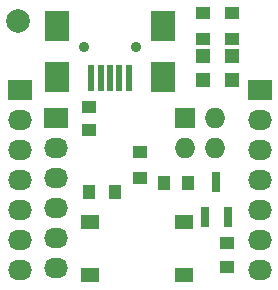
<source format=gts>
G04 #@! TF.FileFunction,Soldermask,Top*
%FSLAX46Y46*%
G04 Gerber Fmt 4.6, Leading zero omitted, Abs format (unit mm)*
G04 Created by KiCad (PCBNEW (2015-10-02 BZR 6238, Git 845638f)-product) date 05/10/2015 16:09:44*
%MOMM*%
G01*
G04 APERTURE LIST*
%ADD10C,0.100000*%
%ADD11C,2.000000*%
%ADD12R,1.300000X1.000000*%
%ADD13R,0.500380X2.301240*%
%ADD14R,1.998980X2.499360*%
%ADD15C,0.899160*%
%ADD16R,1.250000X1.000000*%
%ADD17R,1.000000X1.250000*%
%ADD18R,1.727200X1.727200*%
%ADD19O,1.727200X1.727200*%
%ADD20R,2.032000X1.727200*%
%ADD21O,2.032000X1.727200*%
%ADD22R,1.198880X1.198880*%
%ADD23R,1.550000X1.300000*%
%ADD24R,0.800100X1.800860*%
%ADD25R,1.000000X1.300000*%
G04 APERTURE END LIST*
D10*
D11*
X81153000Y-73533000D03*
D12*
X96774000Y-75077500D03*
X96774000Y-72877500D03*
X99250500Y-75077500D03*
X99250500Y-72877500D03*
D13*
X90500200Y-78379320D03*
X89700100Y-78379320D03*
X88900000Y-78379320D03*
X88099900Y-78379320D03*
X87299800Y-78379320D03*
D14*
X93350080Y-78280260D03*
X93350080Y-73930000D03*
X84449920Y-78280260D03*
X84449920Y-73930000D03*
D15*
X91099640Y-75780900D03*
X86700360Y-75780900D03*
D16*
X87122000Y-82788000D03*
X87122000Y-80788000D03*
D17*
X95488000Y-87249000D03*
X93488000Y-87249000D03*
D16*
X98806000Y-92345000D03*
X98806000Y-94345000D03*
D18*
X95250000Y-81788000D03*
D19*
X97790000Y-81788000D03*
X95250000Y-84328000D03*
X97790000Y-84328000D03*
D20*
X101600000Y-79375000D03*
D21*
X101600000Y-81915000D03*
X101600000Y-84455000D03*
X101600000Y-86995000D03*
X101600000Y-89535000D03*
X101600000Y-92075000D03*
X101600000Y-94615000D03*
D20*
X81280000Y-79375000D03*
D21*
X81280000Y-81915000D03*
X81280000Y-84455000D03*
X81280000Y-86995000D03*
X81280000Y-89535000D03*
X81280000Y-92075000D03*
X81280000Y-94615000D03*
D20*
X84328000Y-81788000D03*
D21*
X84328000Y-84328000D03*
X84328000Y-86868000D03*
X84328000Y-89408000D03*
X84328000Y-91948000D03*
X84328000Y-94488000D03*
D22*
X99250500Y-76484480D03*
X99250500Y-78582520D03*
X96774000Y-76484480D03*
X96774000Y-78582520D03*
D23*
X95161000Y-90587000D03*
X95161000Y-95087000D03*
X87211000Y-95087000D03*
X87211000Y-90587000D03*
D24*
X96967000Y-90147140D03*
X98867000Y-90147140D03*
X97917000Y-87144860D03*
D25*
X87165000Y-88011000D03*
X89365000Y-88011000D03*
D12*
X91440000Y-86825000D03*
X91440000Y-84625000D03*
M02*

</source>
